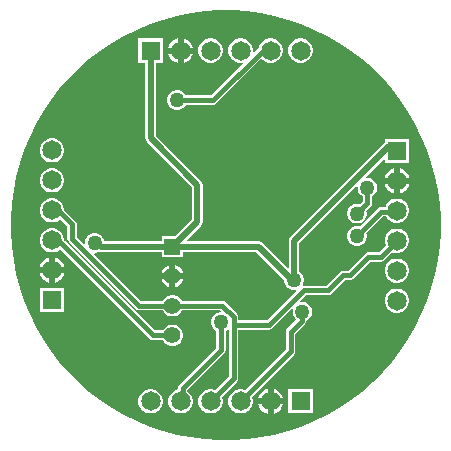
<source format=gbr>
G04*
G04 #@! TF.GenerationSoftware,Altium Limited,Altium Designer,25.8.1 (18)*
G04*
G04 Layer_Physical_Order=2*
G04 Layer_Color=16711680*
%FSLAX25Y25*%
%MOIN*%
G70*
G04*
G04 #@! TF.SameCoordinates,8B26A7FC-FD43-4694-A22A-0022FF1C5016*
G04*
G04*
G04 #@! TF.FilePolarity,Positive*
G04*
G01*
G75*
%ADD32C,0.01968*%
%ADD33C,0.01500*%
%ADD34C,0.06496*%
%ADD35C,0.05512*%
%ADD36R,0.06496X0.06496*%
%ADD37R,0.06496X0.06496*%
%ADD38R,0.05512X0.05512*%
%ADD39C,0.05000*%
%ADD40C,0.15748*%
G36*
X400726Y386284D02*
X405375Y385672D01*
X409975Y384757D01*
X414505Y383543D01*
X418946Y382036D01*
X423279Y380241D01*
X427485Y378167D01*
X431547Y375822D01*
X435446Y373216D01*
X439167Y370361D01*
X442693Y367269D01*
X446009Y363953D01*
X449102Y360427D01*
X451957Y356706D01*
X454562Y352807D01*
X456907Y348745D01*
X458981Y344539D01*
X460776Y340206D01*
X462284Y335765D01*
X463497Y331235D01*
X464412Y326635D01*
X465025Y321985D01*
X465331Y317306D01*
Y312616D01*
X465025Y307936D01*
X464412Y303286D01*
X463497Y298686D01*
X462284Y294156D01*
X460776Y289715D01*
X458981Y285382D01*
X456907Y281176D01*
X454562Y277115D01*
X451957Y273215D01*
X449102Y269495D01*
X446009Y265968D01*
X442693Y262652D01*
X439167Y259560D01*
X435446Y256705D01*
X431547Y254099D01*
X427485Y251754D01*
X423279Y249680D01*
X418946Y247885D01*
X414505Y246378D01*
X409975Y245164D01*
X405375Y244249D01*
X400726Y243637D01*
X396046Y243330D01*
X391356D01*
X386676Y243637D01*
X382026Y244249D01*
X377427Y245164D01*
X372896Y246378D01*
X368456Y247885D01*
X364123Y249680D01*
X359916Y251754D01*
X355855Y254099D01*
X351955Y256705D01*
X348235Y259560D01*
X344708Y262652D01*
X341392Y265968D01*
X338300Y269495D01*
X335445Y273215D01*
X332839Y277115D01*
X330494Y281176D01*
X328420Y285382D01*
X326625Y289715D01*
X325118Y294156D01*
X323904Y298686D01*
X322989Y303286D01*
X322377Y307936D01*
X322070Y312616D01*
Y317306D01*
X322377Y321985D01*
X322989Y326635D01*
X323904Y331235D01*
X325118Y335765D01*
X326625Y340206D01*
X328420Y344539D01*
X330494Y348745D01*
X332839Y352807D01*
X335445Y356706D01*
X338300Y360427D01*
X341392Y363953D01*
X344709Y367269D01*
X348235Y370361D01*
X351955Y373216D01*
X355855Y375822D01*
X359916Y378167D01*
X364123Y380241D01*
X368455Y382036D01*
X372896Y383543D01*
X377427Y384757D01*
X382026Y385672D01*
X386676Y386284D01*
X391356Y386591D01*
X396046D01*
X400726Y386284D01*
D02*
G37*
%LPC*%
G36*
X379661Y377358D02*
Y374228D01*
X382791D01*
X382620Y374868D01*
X382061Y375837D01*
X381270Y376628D01*
X380301Y377187D01*
X379661Y377358D01*
D02*
G37*
G36*
X377661Y377358D02*
X377022Y377187D01*
X376053Y376628D01*
X375262Y375837D01*
X374703Y374868D01*
X374532Y374228D01*
X377661D01*
Y377358D01*
D02*
G37*
G36*
X409193Y377264D02*
X408130D01*
X407104Y376989D01*
X406184Y376458D01*
X405432Y375706D01*
X404901Y374786D01*
X404717Y374099D01*
X402949Y372331D01*
X402646Y372506D01*
X402697Y372697D01*
Y373760D01*
X402422Y374786D01*
X401891Y375706D01*
X401139Y376458D01*
X400219Y376989D01*
X399193Y377264D01*
X398130D01*
X397104Y376989D01*
X396184Y376458D01*
X395432Y375706D01*
X394901Y374786D01*
X394626Y373760D01*
Y372697D01*
X394901Y371671D01*
X395432Y370750D01*
X396184Y369999D01*
X397104Y369468D01*
X398130Y369193D01*
X399193D01*
X399384Y369244D01*
X399559Y368941D01*
X388878Y358260D01*
X380450D01*
X380190Y358711D01*
X379578Y359324D01*
X378828Y359756D01*
X377992Y359980D01*
X377126D01*
X376290Y359756D01*
X375540Y359324D01*
X374928Y358711D01*
X374496Y357962D01*
X374272Y357126D01*
Y356260D01*
X374496Y355424D01*
X374928Y354674D01*
X375540Y354062D01*
X376290Y353629D01*
X377126Y353405D01*
X377992D01*
X378828Y353629D01*
X379578Y354062D01*
X380190Y354674D01*
X380450Y355125D01*
X389528D01*
X390127Y355245D01*
X390636Y355585D01*
X405617Y370566D01*
X406184Y369999D01*
X407104Y369468D01*
X408130Y369193D01*
X409193D01*
X410219Y369468D01*
X411139Y369999D01*
X411891Y370750D01*
X412422Y371671D01*
X412697Y372697D01*
Y373760D01*
X412422Y374786D01*
X411891Y375706D01*
X411139Y376458D01*
X410219Y376989D01*
X409193Y377264D01*
D02*
G37*
G36*
X419193D02*
X418130D01*
X417104Y376989D01*
X416184Y376458D01*
X415432Y375706D01*
X414901Y374786D01*
X414626Y373760D01*
Y372697D01*
X414901Y371671D01*
X415432Y370750D01*
X416184Y369999D01*
X417104Y369468D01*
X418130Y369193D01*
X419193D01*
X420219Y369468D01*
X421139Y369999D01*
X421891Y370750D01*
X422422Y371671D01*
X422697Y372697D01*
Y373760D01*
X422422Y374786D01*
X421891Y375706D01*
X421139Y376458D01*
X420219Y376989D01*
X419193Y377264D01*
D02*
G37*
G36*
X389193D02*
X388130D01*
X387104Y376989D01*
X386184Y376458D01*
X385432Y375706D01*
X384901Y374786D01*
X384626Y373760D01*
Y372697D01*
X384901Y371671D01*
X385432Y370750D01*
X386184Y369999D01*
X387104Y369468D01*
X388130Y369193D01*
X389193D01*
X390219Y369468D01*
X391139Y369999D01*
X391891Y370750D01*
X392422Y371671D01*
X392697Y372697D01*
Y373760D01*
X392422Y374786D01*
X391891Y375706D01*
X391139Y376458D01*
X390219Y376989D01*
X389193Y377264D01*
D02*
G37*
G36*
X382791Y372228D02*
X379661D01*
Y369098D01*
X380301Y369270D01*
X381270Y369829D01*
X382061Y370620D01*
X382620Y371589D01*
X382791Y372228D01*
D02*
G37*
G36*
X377661D02*
X374532D01*
X374703Y371589D01*
X375262Y370620D01*
X376053Y369829D01*
X377022Y369270D01*
X377661Y369098D01*
Y372228D01*
D02*
G37*
G36*
X336358Y344035D02*
X335296D01*
X334269Y343760D01*
X333349Y343229D01*
X332598Y342478D01*
X332066Y341558D01*
X331791Y340531D01*
Y339469D01*
X332066Y338442D01*
X332598Y337522D01*
X333349Y336771D01*
X334269Y336240D01*
X335296Y335965D01*
X336358D01*
X337384Y336240D01*
X338305Y336771D01*
X339056Y337522D01*
X339587Y338442D01*
X339862Y339469D01*
Y340531D01*
X339587Y341558D01*
X339056Y342478D01*
X338305Y343229D01*
X337384Y343760D01*
X336358Y344035D01*
D02*
G37*
G36*
X372697Y377264D02*
X364626D01*
Y369193D01*
X366855D01*
Y343967D01*
X366993Y343275D01*
X367384Y342689D01*
X382446Y327628D01*
Y316890D01*
X376973Y311417D01*
X372441D01*
Y309680D01*
X353236D01*
X353063Y310324D01*
X352631Y311074D01*
X352018Y311686D01*
X351269Y312119D01*
X350433Y312343D01*
X349567D01*
X348731Y312119D01*
X347982Y311686D01*
X347369Y311074D01*
X346937Y310324D01*
X346713Y309488D01*
Y309044D01*
X346363Y308899D01*
X344079Y311183D01*
Y315363D01*
X343959Y315963D01*
X343620Y316471D01*
X339862Y320229D01*
Y320531D01*
X339587Y321558D01*
X339056Y322478D01*
X338305Y323229D01*
X337384Y323760D01*
X336358Y324035D01*
X335296D01*
X334269Y323760D01*
X333349Y323229D01*
X332598Y322478D01*
X332066Y321558D01*
X331791Y320531D01*
Y319469D01*
X332066Y318442D01*
X332598Y317522D01*
X333349Y316771D01*
X334269Y316240D01*
X335296Y315965D01*
X336358D01*
X337384Y316240D01*
X338305Y316771D01*
X338596Y317062D01*
X340944Y314714D01*
Y310534D01*
X341063Y309934D01*
X341403Y309425D01*
X363747Y287081D01*
X364256Y286741D01*
X364856Y286621D01*
X372798D01*
X373149Y286013D01*
X373809Y285354D01*
X374617Y284887D01*
X375518Y284646D01*
X376451D01*
X377352Y284887D01*
X378160Y285354D01*
X378820Y286013D01*
X379171Y286621D01*
X391975D01*
X392282Y286315D01*
X392137Y285965D01*
X391693D01*
X390857Y285740D01*
X390107Y285308D01*
X389495Y284696D01*
X389063Y283946D01*
X388839Y283110D01*
Y282244D01*
X389063Y281408D01*
X389495Y280659D01*
X390107Y280047D01*
X390559Y279786D01*
Y274035D01*
X378279Y261756D01*
X377939Y261247D01*
X377820Y260647D01*
Y260251D01*
X377104Y260060D01*
X376184Y259528D01*
X375432Y258777D01*
X374901Y257857D01*
X374626Y256831D01*
Y255768D01*
X374901Y254742D01*
X375432Y253821D01*
X376184Y253070D01*
X377104Y252539D01*
X378130Y252264D01*
X379193D01*
X380219Y252539D01*
X381139Y253070D01*
X381891Y253821D01*
X382422Y254742D01*
X382697Y255768D01*
Y256831D01*
X382422Y257857D01*
X381891Y258777D01*
X381139Y259528D01*
X380955Y259635D01*
Y259998D01*
X393234Y272277D01*
X393574Y272786D01*
X393693Y273386D01*
Y279786D01*
X394145Y280047D01*
X394459Y280361D01*
X394809Y280216D01*
Y264663D01*
X390208Y260063D01*
X389193Y260335D01*
X388130D01*
X387104Y260060D01*
X386184Y259528D01*
X385432Y258777D01*
X384901Y257857D01*
X384626Y256831D01*
Y255768D01*
X384901Y254742D01*
X385432Y253821D01*
X386184Y253070D01*
X387104Y252539D01*
X388130Y252264D01*
X389193D01*
X390219Y252539D01*
X391139Y253070D01*
X391891Y253821D01*
X392422Y254742D01*
X392697Y255768D01*
Y256831D01*
X392425Y257846D01*
X397484Y262905D01*
X397824Y263414D01*
X397943Y264014D01*
Y280137D01*
X408082D01*
X408682Y280256D01*
X409191Y280596D01*
X415786Y287191D01*
X416099Y287010D01*
X416004Y286653D01*
Y285788D01*
X416228Y284952D01*
X416661Y284202D01*
X417236Y283626D01*
X414246Y280636D01*
X413906Y280127D01*
X413787Y279528D01*
Y273641D01*
X400208Y260063D01*
X399193Y260335D01*
X398130D01*
X397104Y260060D01*
X396184Y259528D01*
X395432Y258777D01*
X394901Y257857D01*
X394626Y256831D01*
Y255768D01*
X394901Y254742D01*
X395432Y253821D01*
X396184Y253070D01*
X397104Y252539D01*
X398130Y252264D01*
X399193D01*
X400219Y252539D01*
X401139Y253070D01*
X401891Y253821D01*
X402422Y254742D01*
X402697Y255768D01*
Y256831D01*
X402425Y257846D01*
X416463Y271884D01*
X416803Y272392D01*
X416922Y272992D01*
Y278878D01*
X420157Y282114D01*
X420497Y282622D01*
X420609Y283185D01*
X421310Y283590D01*
X421922Y284202D01*
X422355Y284952D01*
X422579Y285788D01*
Y286653D01*
X422355Y287489D01*
X421922Y288239D01*
X421310Y288851D01*
X420560Y289284D01*
X419724Y289508D01*
X418859D01*
X418502Y289412D01*
X418321Y289726D01*
X420334Y291740D01*
X427953D01*
X428553Y291859D01*
X429061Y292199D01*
X433563Y296700D01*
X435039D01*
X435639Y296819D01*
X436148Y297159D01*
X441870Y302881D01*
X445394D01*
X445994Y303001D01*
X446502Y303340D01*
X449241Y306079D01*
X450256Y305807D01*
X451319D01*
X452345Y306082D01*
X453265Y306613D01*
X454017Y307365D01*
X454548Y308285D01*
X454823Y309311D01*
Y310374D01*
X454548Y311400D01*
X454017Y312320D01*
X453265Y313072D01*
X452345Y313603D01*
X451319Y313878D01*
X450256D01*
X449230Y313603D01*
X448310Y313072D01*
X447558Y312320D01*
X447027Y311400D01*
X446752Y310374D01*
Y309311D01*
X447024Y308296D01*
X444744Y306016D01*
X441221D01*
X440621Y305897D01*
X440112Y305557D01*
X434390Y299835D01*
X432913D01*
X432313Y299716D01*
X431805Y299376D01*
X427304Y294875D01*
X419685D01*
X419606Y294859D01*
X419402Y295143D01*
X419574Y295441D01*
X419798Y296277D01*
Y297143D01*
X419574Y297979D01*
X419141Y298728D01*
X418529Y299341D01*
X418317Y299463D01*
Y308991D01*
X437308Y327981D01*
X437657Y327836D01*
Y327126D01*
X437882Y326290D01*
X438314Y325540D01*
X438926Y324928D01*
X439377Y324668D01*
Y323090D01*
X438337Y322050D01*
X437834Y322185D01*
X436969D01*
X436133Y321961D01*
X435383Y321528D01*
X434771Y320916D01*
X434338Y320166D01*
X434114Y319330D01*
Y318465D01*
X434338Y317629D01*
X434771Y316879D01*
X435383Y316267D01*
X436133Y315834D01*
X436969Y315610D01*
X437834D01*
X438670Y315834D01*
X439420Y316267D01*
X440032Y316879D01*
X440465Y317629D01*
X440689Y318465D01*
Y319330D01*
X440554Y319833D01*
X442053Y321333D01*
X442393Y321841D01*
X442512Y322441D01*
Y324668D01*
X442963Y324928D01*
X443575Y325540D01*
X444008Y326290D01*
X444232Y327126D01*
Y327992D01*
X444008Y328828D01*
X443575Y329578D01*
X442963Y330190D01*
X442214Y330622D01*
X441378Y330847D01*
X440668D01*
X440523Y331196D01*
X446429Y337102D01*
X446752Y336968D01*
Y335807D01*
X454823D01*
Y343878D01*
X446752D01*
Y342535D01*
X415233Y311016D01*
X414842Y310430D01*
X414704Y309739D01*
Y300906D01*
X414381Y300772D01*
X406002Y309151D01*
X405416Y309543D01*
X404724Y309680D01*
X380802D01*
X380669Y310004D01*
X385529Y314864D01*
X385921Y315451D01*
X386058Y316142D01*
Y328376D01*
X385921Y329067D01*
X385529Y329653D01*
X370468Y344715D01*
Y369193D01*
X372697D01*
Y377264D01*
D02*
G37*
G36*
X451787Y333973D02*
Y330842D01*
X454917D01*
X454746Y331482D01*
X454187Y332451D01*
X453396Y333242D01*
X452427Y333801D01*
X451787Y333973D01*
D02*
G37*
G36*
X449787D02*
X449148Y333801D01*
X448179Y333242D01*
X447388Y332451D01*
X446829Y331482D01*
X446658Y330842D01*
X449787D01*
Y333973D01*
D02*
G37*
G36*
X336358Y334035D02*
X335296D01*
X334269Y333760D01*
X333349Y333229D01*
X332598Y332478D01*
X332066Y331558D01*
X331791Y330531D01*
Y329469D01*
X332066Y328442D01*
X332598Y327522D01*
X333349Y326771D01*
X334269Y326240D01*
X335296Y325965D01*
X336358D01*
X337384Y326240D01*
X338305Y326771D01*
X339056Y327522D01*
X339587Y328442D01*
X339862Y329469D01*
Y330531D01*
X339587Y331558D01*
X339056Y332478D01*
X338305Y333229D01*
X337384Y333760D01*
X336358Y334035D01*
D02*
G37*
G36*
X454917Y328842D02*
X451787D01*
Y325713D01*
X452427Y325884D01*
X453396Y326443D01*
X454187Y327234D01*
X454746Y328203D01*
X454917Y328842D01*
D02*
G37*
G36*
X449787D02*
X446658D01*
X446829Y328203D01*
X447388Y327234D01*
X448179Y326443D01*
X449148Y325884D01*
X449787Y325713D01*
Y328842D01*
D02*
G37*
G36*
X451319Y323878D02*
X450256D01*
X449230Y323603D01*
X448310Y323072D01*
X447558Y322320D01*
X447027Y321400D01*
X446940Y321076D01*
X445492D01*
X444892Y320956D01*
X444384Y320616D01*
X438337Y314570D01*
X437834Y314705D01*
X436969D01*
X436133Y314481D01*
X435383Y314048D01*
X434771Y313436D01*
X434338Y312686D01*
X434114Y311850D01*
Y310984D01*
X434338Y310148D01*
X434771Y309399D01*
X435383Y308787D01*
X436133Y308354D01*
X436969Y308130D01*
X437834D01*
X438670Y308354D01*
X439420Y308787D01*
X440032Y309399D01*
X440465Y310148D01*
X440689Y310984D01*
Y311850D01*
X440554Y312353D01*
X446142Y317940D01*
X447226D01*
X447558Y317365D01*
X448310Y316613D01*
X449230Y316082D01*
X450256Y315807D01*
X451319D01*
X452345Y316082D01*
X453265Y316613D01*
X454017Y317365D01*
X454548Y318285D01*
X454823Y319311D01*
Y320374D01*
X454548Y321400D01*
X454017Y322320D01*
X453265Y323072D01*
X452345Y323603D01*
X451319Y323878D01*
D02*
G37*
G36*
X336827Y304130D02*
Y301000D01*
X339957D01*
X339785Y301640D01*
X339226Y302608D01*
X338435Y303399D01*
X337466Y303959D01*
X336827Y304130D01*
D02*
G37*
G36*
X334827Y304130D02*
X334187Y303959D01*
X333218Y303399D01*
X332428Y302608D01*
X331868Y301640D01*
X331697Y301000D01*
X334827D01*
Y304130D01*
D02*
G37*
G36*
Y299000D02*
X331697D01*
X331868Y298360D01*
X332428Y297392D01*
X333218Y296601D01*
X334187Y296041D01*
X334827Y295870D01*
Y299000D01*
D02*
G37*
G36*
X339957D02*
X336827D01*
Y295870D01*
X337466Y296041D01*
X338435Y296601D01*
X339226Y297392D01*
X339785Y298360D01*
X339957Y299000D01*
D02*
G37*
G36*
X451319Y303878D02*
X450256D01*
X449230Y303603D01*
X448310Y303072D01*
X447558Y302320D01*
X447027Y301400D01*
X446752Y300374D01*
Y299311D01*
X447027Y298285D01*
X447558Y297365D01*
X448310Y296613D01*
X449230Y296082D01*
X450256Y295807D01*
X451319D01*
X452345Y296082D01*
X453265Y296613D01*
X454017Y297365D01*
X454548Y298285D01*
X454823Y299311D01*
Y300374D01*
X454548Y301400D01*
X454017Y302320D01*
X453265Y303072D01*
X452345Y303603D01*
X451319Y303878D01*
D02*
G37*
G36*
X339862Y294035D02*
X331791D01*
Y285965D01*
X339862D01*
Y294035D01*
D02*
G37*
G36*
X451319Y293878D02*
X450256D01*
X449230Y293603D01*
X448310Y293072D01*
X447558Y292320D01*
X447027Y291400D01*
X446752Y290374D01*
Y289311D01*
X447027Y288285D01*
X447558Y287365D01*
X448310Y286613D01*
X449230Y286082D01*
X450256Y285807D01*
X451319D01*
X452345Y286082D01*
X453265Y286613D01*
X454017Y287365D01*
X454548Y288285D01*
X454823Y289311D01*
Y290374D01*
X454548Y291400D01*
X454017Y292320D01*
X453265Y293072D01*
X452345Y293603D01*
X451319Y293878D01*
D02*
G37*
G36*
X336358Y314035D02*
X335296D01*
X334269Y313760D01*
X333349Y313229D01*
X332598Y312478D01*
X332066Y311558D01*
X331791Y310531D01*
Y309469D01*
X332066Y308442D01*
X332598Y307522D01*
X333349Y306771D01*
X334269Y306240D01*
X335296Y305965D01*
X336358D01*
X337384Y306240D01*
X338305Y306771D01*
X338596Y307062D01*
X368419Y277238D01*
X368928Y276898D01*
X369528Y276779D01*
X372798D01*
X373149Y276171D01*
X373809Y275511D01*
X374617Y275045D01*
X375518Y274803D01*
X376451D01*
X377352Y275045D01*
X378160Y275511D01*
X378820Y276171D01*
X379286Y276979D01*
X379528Y277880D01*
Y278813D01*
X379286Y279714D01*
X378820Y280522D01*
X378160Y281182D01*
X377352Y281648D01*
X376451Y281890D01*
X375518D01*
X374617Y281648D01*
X373809Y281182D01*
X373149Y280522D01*
X372798Y279914D01*
X370177D01*
X339862Y310229D01*
Y310531D01*
X339587Y311558D01*
X339056Y312478D01*
X338305Y313229D01*
X337384Y313760D01*
X336358Y314035D01*
D02*
G37*
G36*
X409661Y260429D02*
Y257299D01*
X412791D01*
X412620Y257939D01*
X412061Y258908D01*
X411270Y259699D01*
X410301Y260258D01*
X409661Y260429D01*
D02*
G37*
G36*
X407661D02*
X407022Y260258D01*
X406053Y259699D01*
X405262Y258908D01*
X404703Y257939D01*
X404531Y257299D01*
X407661D01*
Y260429D01*
D02*
G37*
G36*
X422697Y260335D02*
X414626D01*
Y252264D01*
X422697D01*
Y260335D01*
D02*
G37*
G36*
X369193D02*
X368130D01*
X367104Y260060D01*
X366184Y259528D01*
X365432Y258777D01*
X364901Y257857D01*
X364626Y256831D01*
Y255768D01*
X364901Y254742D01*
X365432Y253821D01*
X366184Y253070D01*
X367104Y252539D01*
X368130Y252264D01*
X369193D01*
X370219Y252539D01*
X371139Y253070D01*
X371891Y253821D01*
X372422Y254742D01*
X372697Y255768D01*
Y256831D01*
X372422Y257857D01*
X371891Y258777D01*
X371139Y259528D01*
X370219Y260060D01*
X369193Y260335D01*
D02*
G37*
G36*
X412791Y255299D02*
X409661D01*
Y252169D01*
X410301Y252341D01*
X411270Y252900D01*
X412061Y253691D01*
X412620Y254660D01*
X412791Y255299D01*
D02*
G37*
G36*
X407661D02*
X404531D01*
X404703Y254660D01*
X405262Y253691D01*
X406053Y252900D01*
X407022Y252341D01*
X407661Y252169D01*
Y255299D01*
D02*
G37*
%LPD*%
G36*
X352128Y306068D02*
X372441D01*
Y304331D01*
X379528D01*
Y306068D01*
X403976D01*
X413223Y296820D01*
Y296277D01*
X413447Y295441D01*
X413880Y294691D01*
X414492Y294079D01*
X415242Y293647D01*
X416078Y293423D01*
X416944D01*
X417142Y293476D01*
X417323Y293162D01*
X407433Y283272D01*
X397943D01*
Y284438D01*
X397824Y285037D01*
X397484Y285546D01*
X393733Y289297D01*
X393224Y289637D01*
X392625Y289756D01*
X379171D01*
X378820Y290365D01*
X378160Y291024D01*
X377352Y291491D01*
X376451Y291732D01*
X375518D01*
X374617Y291491D01*
X373809Y291024D01*
X373149Y290365D01*
X372798Y289756D01*
X365505D01*
X349844Y305418D01*
X349989Y305768D01*
X350433D01*
X351269Y305992D01*
X351587Y306175D01*
X352128Y306068D01*
D02*
G37*
%LPC*%
G36*
X376984Y301652D02*
Y299031D01*
X379605D01*
X379484Y299481D01*
X378990Y300338D01*
X378290Y301037D01*
X377434Y301531D01*
X376984Y301652D01*
D02*
G37*
G36*
X374984Y301652D02*
X374535Y301531D01*
X373678Y301037D01*
X372979Y300338D01*
X372484Y299481D01*
X372364Y299031D01*
X374984D01*
Y301652D01*
D02*
G37*
G36*
Y297031D02*
X372364D01*
X372484Y296582D01*
X372979Y295725D01*
X373678Y295026D01*
X374535Y294532D01*
X374984Y294411D01*
Y297031D01*
D02*
G37*
G36*
X379605D02*
X376984D01*
Y294411D01*
X377434Y294532D01*
X378290Y295026D01*
X378990Y295725D01*
X379484Y296582D01*
X379605Y297031D01*
D02*
G37*
%LPD*%
D32*
X384252Y316142D02*
Y328376D01*
X375984Y307874D02*
X384252Y316142D01*
X368661Y343967D02*
X384252Y328376D01*
X416511Y296710D02*
Y309739D01*
X448032Y341260D01*
X368661Y343967D02*
Y373228D01*
X352128Y307874D02*
X375984D01*
X404724D01*
X415889Y296710D01*
D33*
X388661Y256299D02*
X396376Y264014D01*
Y281704D01*
X392625Y288189D02*
X396376Y284438D01*
X375984Y288189D02*
X392625D01*
X396376Y281704D02*
Y284438D01*
Y281704D02*
X408082D01*
X445394Y304449D02*
X450787Y309842D01*
X441221Y304449D02*
X445394D01*
X432913Y298268D02*
X435039D01*
X441221Y304449D01*
X427953Y293307D02*
X432913Y298268D01*
X419685Y293307D02*
X427953D01*
X408082Y281704D02*
X419685Y293307D01*
X342511Y310534D02*
X364856Y288189D01*
X335827Y322047D02*
X342511Y315363D01*
Y310534D02*
Y315363D01*
X364856Y288189D02*
X375984D01*
X350947Y309055D02*
X352128Y307874D01*
X350000Y309055D02*
X350947D01*
X415889Y296710D02*
X416511D01*
X389528Y356693D02*
X406063Y373228D01*
X377559Y356693D02*
X389528D01*
X415354Y272992D02*
Y279528D01*
X419049Y285978D02*
X419291Y286221D01*
X419049Y283222D02*
Y285978D01*
X398661Y256299D02*
X415354Y272992D01*
Y279528D02*
X419049Y283222D01*
X450453Y319508D02*
X450787Y319843D01*
X437402Y311417D02*
X445492Y319508D01*
X450453D01*
X437402Y311417D02*
X437795D01*
X335827Y312047D02*
X369528Y278346D01*
X375984D01*
X440945Y322441D02*
Y327559D01*
X437402Y318898D02*
X440945Y322441D01*
X392126Y273386D02*
Y282677D01*
X379387Y260647D02*
X392126Y273386D01*
X378661Y256299D02*
X379387Y257025D01*
Y260647D01*
D34*
X398661Y373228D02*
D03*
X450787Y309842D02*
D03*
X335827Y320000D02*
D03*
X388661Y256299D02*
D03*
X408661Y373228D02*
D03*
X450787Y319843D02*
D03*
X388661Y373228D02*
D03*
X335827Y310000D02*
D03*
X398661Y256299D02*
D03*
X335827Y330000D02*
D03*
X450787Y299843D02*
D03*
X408661Y256299D02*
D03*
X378661Y373228D02*
D03*
X335827Y300000D02*
D03*
X450787Y329842D02*
D03*
X378661Y256299D02*
D03*
X368661D02*
D03*
X335827Y340000D02*
D03*
X450787Y289843D02*
D03*
X418661Y373228D02*
D03*
D35*
X375984Y288189D02*
D03*
Y278346D02*
D03*
Y298031D02*
D03*
D36*
X450787Y339843D02*
D03*
X335827Y290000D02*
D03*
D37*
X368661Y373228D02*
D03*
X418661Y256299D02*
D03*
D38*
X375984Y307874D02*
D03*
D39*
X377559Y323622D02*
D03*
X416511Y296710D02*
D03*
X350000Y309055D02*
D03*
X377559Y356693D02*
D03*
X419291Y286221D02*
D03*
X437402Y311417D02*
D03*
X440945Y327559D02*
D03*
X437402Y318898D02*
D03*
X416929Y342520D02*
D03*
X401575Y298819D02*
D03*
X412992Y324016D02*
D03*
X392126Y282677D02*
D03*
D40*
X437008Y354331D02*
D03*
X350394D02*
D03*
Y275590D02*
D03*
X435827Y272441D02*
D03*
M02*

</source>
